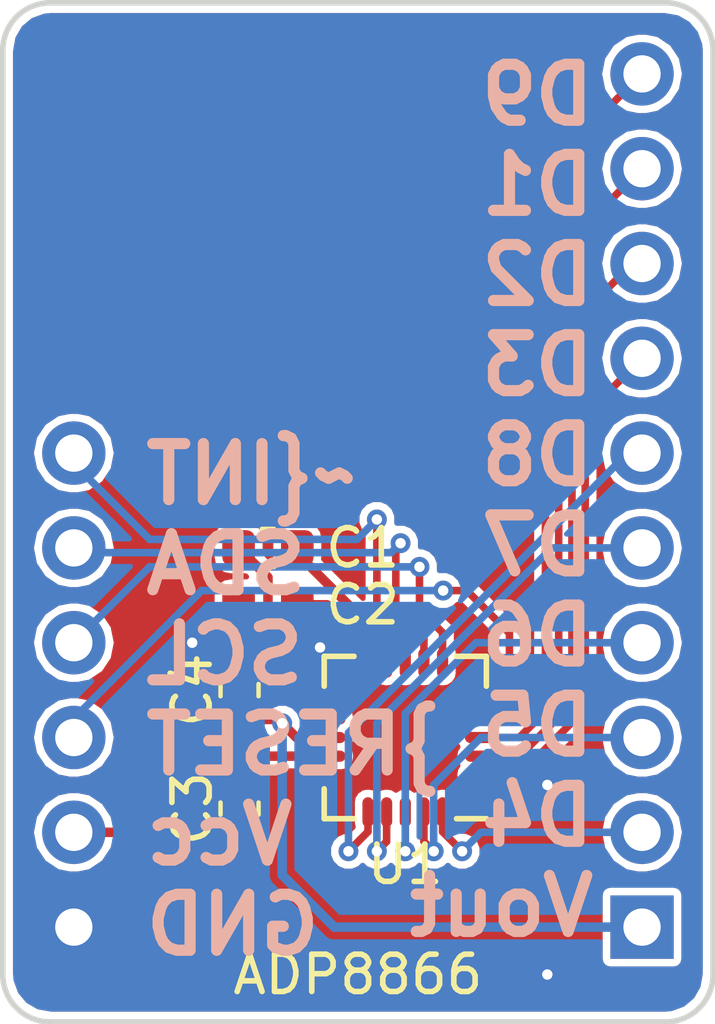
<source format=kicad_pcb>
(kicad_pcb (version 20171130) (host pcbnew 5.0.0)

  (general
    (thickness 1.6)
    (drawings 11)
    (tracks 119)
    (zones 0)
    (modules 7)
    (nets 21)
  )

  (page A4)
  (layers
    (0 F.Cu signal)
    (31 B.Cu signal hide)
    (32 B.Adhes user)
    (33 F.Adhes user)
    (34 B.Paste user)
    (35 F.Paste user)
    (36 B.SilkS user)
    (37 F.SilkS user)
    (38 B.Mask user)
    (39 F.Mask user)
    (40 Dwgs.User user)
    (41 Cmts.User user)
    (44 Edge.Cuts user)
    (45 Margin user)
    (46 B.CrtYd user)
    (47 F.CrtYd user)
    (48 B.Fab user)
    (49 F.Fab user)
  )

  (setup
    (last_trace_width 0.2032)
    (trace_clearance 0.1524)
    (zone_clearance 0.2)
    (zone_45_only no)
    (trace_min 0.1524)
    (segment_width 0.2)
    (edge_width 0.15)
    (via_size 0.5334)
    (via_drill 0.2794)
    (via_min_size 0.5334)
    (via_min_drill 0.2794)
    (uvia_size 0.5334)
    (uvia_drill 0.2794)
    (uvias_allowed no)
    (uvia_min_size 0.5334)
    (uvia_min_drill 0.2794)
    (pcb_text_width 0.3)
    (pcb_text_size 1.5 1.5)
    (mod_edge_width 0.15)
    (mod_text_size 1 1)
    (mod_text_width 0.15)
    (pad_size 1.524 1.524)
    (pad_drill 0.762)
    (pad_to_mask_clearance 0.0508)
    (aux_axis_origin 0 0)
    (visible_elements FFFFFF7F)
    (pcbplotparams
      (layerselection 0x010fc_ffffffff)
      (usegerberextensions false)
      (usegerberattributes false)
      (usegerberadvancedattributes false)
      (creategerberjobfile false)
      (excludeedgelayer true)
      (linewidth 0.100000)
      (plotframeref false)
      (viasonmask false)
      (mode 1)
      (useauxorigin false)
      (hpglpennumber 1)
      (hpglpenspeed 20)
      (hpglpendiameter 15.000000)
      (psnegative false)
      (psa4output false)
      (plotreference true)
      (plotvalue true)
      (plotinvisibletext false)
      (padsonsilk false)
      (subtractmaskfromsilk false)
      (outputformat 1)
      (mirror false)
      (drillshape 0)
      (scaleselection 1)
      (outputdirectory "out"))
  )

  (net 0 "")
  (net 1 "Net-(C1-Pad1)")
  (net 2 "Net-(C1-Pad2)")
  (net 3 "Net-(C2-Pad2)")
  (net 4 "Net-(C2-Pad1)")
  (net 5 /Vcc)
  (net 6 /GND)
  (net 7 "Net-(J1-Pad4)")
  (net 8 "Net-(J1-Pad3)")
  (net 9 "Net-(J1-Pad5)")
  (net 10 "Net-(J1-Pad6)")
  (net 11 "Net-(C4-Pad2)")
  (net 12 /D4)
  (net 13 /D5)
  (net 14 /D6)
  (net 15 /D7)
  (net 16 /D8)
  (net 17 /D3)
  (net 18 /D2)
  (net 19 /D1)
  (net 20 /D9)

  (net_class Default "This is the default net class."
    (clearance 0.1524)
    (trace_width 0.2032)
    (via_dia 0.5334)
    (via_drill 0.2794)
    (uvia_dia 0.5334)
    (uvia_drill 0.2794)
    (diff_pair_gap 0.1524)
    (diff_pair_width 0.1524)
    (add_net /D1)
    (add_net /D2)
    (add_net /D3)
    (add_net /D4)
    (add_net /D5)
    (add_net /D6)
    (add_net /D7)
    (add_net /D8)
    (add_net /D9)
    (add_net "Net-(J1-Pad3)")
    (add_net "Net-(J1-Pad4)")
    (add_net "Net-(J1-Pad5)")
    (add_net "Net-(J1-Pad6)")
  )

  (net_class PWR ""
    (clearance 0.1524)
    (trace_width 0.254)
    (via_dia 0.5334)
    (via_drill 0.2794)
    (uvia_dia 0.5334)
    (uvia_drill 0.2794)
    (diff_pair_gap 0.1524)
    (diff_pair_width 0.1524)
    (add_net /GND)
    (add_net /Vcc)
    (add_net "Net-(C1-Pad1)")
    (add_net "Net-(C1-Pad2)")
    (add_net "Net-(C2-Pad1)")
    (add_net "Net-(C2-Pad2)")
    (add_net "Net-(C4-Pad2)")
  )

  (module Connector_PinHeader_2.54mm:PinHeader_1x10_P2.54mm_Vertical (layer F.Cu) (tedit 5CC3966C) (tstamp 5CC7952B)
    (at 63.5 63.5 180)
    (descr "Through hole straight pin header, 1x10, 2.54mm pitch, single row")
    (tags "Through hole pin header THT 1x10 2.54mm single row")
    (path /5CE5D64D)
    (fp_text reference J2 (at 0 -2.33 180) (layer F.SilkS) hide
      (effects (font (size 1 1) (thickness 0.15)))
    )
    (fp_text value Conn_01x10 (at 0 25.19 180) (layer F.Fab) hide
      (effects (font (size 1 1) (thickness 0.15)))
    )
    (fp_line (start -1.8 -1.8) (end -1.8 24.65) (layer F.CrtYd) (width 0.05))
    (fp_line (start -1.8 24.65) (end 1.8 24.65) (layer F.CrtYd) (width 0.05))
    (fp_line (start 1.8 24.65) (end 1.8 -1.8) (layer F.CrtYd) (width 0.05))
    (fp_line (start 1.8 -1.8) (end -1.8 -1.8) (layer F.CrtYd) (width 0.05))
    (fp_text user %R (at 0 11.43 270) (layer F.Fab)
      (effects (font (size 1 1) (thickness 0.15)))
    )
    (pad 1 thru_hole rect (at 0 0 180) (size 1.7 1.7) (drill 1) (layers *.Cu *.Mask)
      (net 11 "Net-(C4-Pad2)"))
    (pad 2 thru_hole oval (at 0 2.54 180) (size 1.7 1.7) (drill 1) (layers *.Cu *.Mask)
      (net 12 /D4))
    (pad 3 thru_hole oval (at 0 5.08 180) (size 1.7 1.7) (drill 1) (layers *.Cu *.Mask)
      (net 13 /D5))
    (pad 4 thru_hole oval (at 0 7.62 180) (size 1.7 1.7) (drill 1) (layers *.Cu *.Mask)
      (net 14 /D6))
    (pad 5 thru_hole oval (at 0 10.16 180) (size 1.7 1.7) (drill 1) (layers *.Cu *.Mask)
      (net 15 /D7))
    (pad 6 thru_hole oval (at 0 12.7 180) (size 1.7 1.7) (drill 1) (layers *.Cu *.Mask)
      (net 16 /D8))
    (pad 7 thru_hole oval (at 0 15.24 180) (size 1.7 1.7) (drill 1) (layers *.Cu *.Mask)
      (net 17 /D3))
    (pad 8 thru_hole oval (at 0 17.78 180) (size 1.7 1.7) (drill 1) (layers *.Cu *.Mask)
      (net 18 /D2))
    (pad 9 thru_hole oval (at 0 20.32 180) (size 1.7 1.7) (drill 1) (layers *.Cu *.Mask)
      (net 19 /D1))
    (pad 10 thru_hole oval (at 0 22.86 180) (size 1.7 1.7) (drill 1) (layers *.Cu *.Mask)
      (net 20 /D9))
    (model ${KISYS3DMOD}/Connector_PinHeader_2.54mm.3dshapes/PinHeader_1x10_P2.54mm_Vertical.wrl
      (at (xyz 0 0 0))
      (scale (xyz 1 1 1))
      (rotate (xyz 0 0 0))
    )
  )

  (module Connector_PinHeader_2.54mm:PinHeader_1x06_P2.54mm_Vertical (layer F.Cu) (tedit 5CC39654) (tstamp 5CC7950D)
    (at 48.26 63.5 180)
    (descr "Through hole straight pin header, 1x06, 2.54mm pitch, single row")
    (tags "Through hole pin header THT 1x06 2.54mm single row")
    (path /5CE5D756)
    (fp_text reference J1 (at -3.81 0 180) (layer F.SilkS) hide
      (effects (font (size 1 1) (thickness 0.15)))
    )
    (fp_text value Conn_01x06 (at 0 15.03 180) (layer F.Fab) hide
      (effects (font (size 1 1) (thickness 0.15)))
    )
    (fp_line (start -1.8 -1.8) (end -1.8 14.5) (layer F.CrtYd) (width 0.05))
    (fp_line (start -1.8 14.5) (end 1.8 14.5) (layer F.CrtYd) (width 0.05))
    (fp_line (start 1.8 14.5) (end 1.8 -1.8) (layer F.CrtYd) (width 0.05))
    (fp_line (start 1.8 -1.8) (end -1.8 -1.8) (layer F.CrtYd) (width 0.05))
    (fp_text user %R (at 0 6.35 270) (layer F.Fab)
      (effects (font (size 1 1) (thickness 0.15)))
    )
    (pad 1 thru_hole rect (at 0 0 180) (size 1.7 1.7) (drill 1) (layers *.Cu *.Mask)
      (net 6 /GND))
    (pad 2 thru_hole oval (at 0 2.54 180) (size 1.7 1.7) (drill 1) (layers *.Cu *.Mask)
      (net 5 /Vcc))
    (pad 3 thru_hole oval (at 0 5.08 180) (size 1.7 1.7) (drill 1) (layers *.Cu *.Mask)
      (net 8 "Net-(J1-Pad3)"))
    (pad 4 thru_hole oval (at 0 7.62 180) (size 1.7 1.7) (drill 1) (layers *.Cu *.Mask)
      (net 7 "Net-(J1-Pad4)"))
    (pad 5 thru_hole oval (at 0 10.16 180) (size 1.7 1.7) (drill 1) (layers *.Cu *.Mask)
      (net 9 "Net-(J1-Pad5)"))
    (pad 6 thru_hole oval (at 0 12.7 180) (size 1.7 1.7) (drill 1) (layers *.Cu *.Mask)
      (net 10 "Net-(J1-Pad6)"))
    (model ${KISYS3DMOD}/Connector_PinHeader_2.54mm.3dshapes/PinHeader_1x06_P2.54mm_Vertical.wrl
      (at (xyz 0 0 0))
      (scale (xyz 1 1 1))
      (rotate (xyz 0 0 0))
    )
  )

  (module Package_DFN_QFN:UQFN-20-1EP_4x4mm_P0.5mm_EP2.8x2.8mm (layer F.Cu) (tedit 5CC38B17) (tstamp 5CC35A74)
    (at 57.15 58.42 180)
    (descr "20-Lead Ultra Thin Plastic Quad Flat, No Lead Package (GZ) - 4x4x0.5 mm Body [UQFN]; (see Microchip Packaging Specification 00000049BS.pdf)")
    (tags "QFN 0.5")
    (path /5CE5C65E)
    (attr smd)
    (fp_text reference U1 (at 0 -3.4 180) (layer F.SilkS)
      (effects (font (size 1 1) (thickness 0.15)))
    )
    (fp_text value ADP8866 (at 1.27 -6.35 180) (layer F.SilkS)
      (effects (font (size 1 1) (thickness 0.15)))
    )
    (fp_text user %R (at 0 0 180) (layer F.Fab)
      (effects (font (size 1 1) (thickness 0.15)))
    )
    (fp_line (start -1 -2) (end 2 -2) (layer F.Fab) (width 0.15))
    (fp_line (start 2 -2) (end 2 2) (layer F.Fab) (width 0.15))
    (fp_line (start 2 2) (end -2 2) (layer F.Fab) (width 0.15))
    (fp_line (start -2 2) (end -2 -1) (layer F.Fab) (width 0.15))
    (fp_line (start -2 -1) (end -1 -2) (layer F.Fab) (width 0.15))
    (fp_line (start -2.65 -2.65) (end -2.65 2.65) (layer F.CrtYd) (width 0.05))
    (fp_line (start 2.65 -2.65) (end 2.65 2.65) (layer F.CrtYd) (width 0.05))
    (fp_line (start -2.65 -2.65) (end 2.65 -2.65) (layer F.CrtYd) (width 0.05))
    (fp_line (start -2.65 2.65) (end 2.65 2.65) (layer F.CrtYd) (width 0.05))
    (fp_line (start 2.175 -2.175) (end 2.175 -1.375) (layer F.SilkS) (width 0.15))
    (fp_line (start -2.175 2.175) (end -2.175 1.375) (layer F.SilkS) (width 0.15))
    (fp_line (start 2.175 2.175) (end 2.175 1.375) (layer F.SilkS) (width 0.15))
    (fp_line (start -2.175 -2.175) (end -1.375 -2.175) (layer F.SilkS) (width 0.15))
    (fp_line (start -2.175 2.175) (end -1.375 2.175) (layer F.SilkS) (width 0.15))
    (fp_line (start 2.175 2.175) (end 1.375 2.175) (layer F.SilkS) (width 0.15))
    (fp_line (start 2.175 -2.175) (end 1.375 -2.175) (layer F.SilkS) (width 0.15))
    (pad 1 smd oval (at -2 -1 180) (size 0.8 0.3) (layers F.Cu F.Paste F.Mask)
      (net 17 /D3))
    (pad 2 smd oval (at -2 -0.5 180) (size 0.8 0.3) (layers F.Cu F.Paste F.Mask)
      (net 18 /D2))
    (pad 3 smd oval (at -2 0 180) (size 0.8 0.3) (layers F.Cu F.Paste F.Mask)
      (net 19 /D1))
    (pad 4 smd oval (at -2 0.5 180) (size 0.8 0.3) (layers F.Cu F.Paste F.Mask)
      (net 20 /D9))
    (pad 5 smd oval (at -2 1 180) (size 0.8 0.3) (layers F.Cu F.Paste F.Mask)
      (net 8 "Net-(J1-Pad3)"))
    (pad 6 smd oval (at -1 2 270) (size 0.8 0.3) (layers F.Cu F.Paste F.Mask)
      (net 7 "Net-(J1-Pad4)"))
    (pad 7 smd oval (at -0.5 2 270) (size 0.8 0.3) (layers F.Cu F.Paste F.Mask)
      (net 9 "Net-(J1-Pad5)"))
    (pad 8 smd oval (at 0 2 270) (size 0.8 0.3) (layers F.Cu F.Paste F.Mask)
      (net 10 "Net-(J1-Pad6)"))
    (pad 9 smd oval (at 0.5 2 270) (size 0.8 0.3) (layers F.Cu F.Paste F.Mask)
      (net 2 "Net-(C1-Pad2)"))
    (pad 10 smd oval (at 1 2 270) (size 0.8 0.3) (layers F.Cu F.Paste F.Mask)
      (net 4 "Net-(C2-Pad1)"))
    (pad 11 smd oval (at 2 1 180) (size 0.8 0.3) (layers F.Cu F.Paste F.Mask)
      (net 1 "Net-(C1-Pad1)"))
    (pad 12 smd oval (at 2 0.5 180) (size 0.8 0.3) (layers F.Cu F.Paste F.Mask)
      (net 3 "Net-(C2-Pad2)"))
    (pad 13 smd oval (at 2 0 180) (size 0.8 0.3) (layers F.Cu F.Paste F.Mask)
      (net 11 "Net-(C4-Pad2)"))
    (pad 14 smd oval (at 2 -0.5 180) (size 0.8 0.3) (layers F.Cu F.Paste F.Mask)
      (net 5 /Vcc))
    (pad 15 smd oval (at 2 -1 180) (size 0.8 0.3) (layers F.Cu F.Paste F.Mask)
      (net 6 /GND))
    (pad 16 smd oval (at 1 -2 270) (size 0.8 0.3) (layers F.Cu F.Paste F.Mask)
      (net 16 /D8))
    (pad 17 smd oval (at 0.5 -2 270) (size 0.8 0.3) (layers F.Cu F.Paste F.Mask)
      (net 15 /D7))
    (pad 18 smd oval (at 0 -2 270) (size 0.8 0.3) (layers F.Cu F.Paste F.Mask)
      (net 14 /D6))
    (pad 19 smd oval (at -0.5 -2 270) (size 0.8 0.3) (layers F.Cu F.Paste F.Mask)
      (net 13 /D5))
    (pad 20 smd oval (at -1 -2 270) (size 0.8 0.3) (layers F.Cu F.Paste F.Mask)
      (net 12 /D4))
    (pad "" smd rect (at 0.7 0.7 180) (size 1.13 1.13) (layers F.Paste))
    (pad 0 smd rect (at 0 0 180) (size 2.8 2.8) (layers F.Cu F.Paste F.Mask)
      (net 6 /GND))
    (pad "" smd rect (at -0.7 0.7 180) (size 1.13 1.13) (layers F.Paste))
    (pad "" smd rect (at -0.7 0.7 180) (size 1.13 1.13) (layers F.Paste))
    (pad "" smd rect (at 0.7 0.7 180) (size 1.13 1.13) (layers F.Paste))
    (model ${KISYS3DMOD}/Package_DFN_QFN.3dshapes/UQFN-20-1EP_4x4mm_P0.5mm_EP2.8x2.8mm.wrl
      (at (xyz 0 0 0))
      (scale (xyz 1 1 1))
      (rotate (xyz 0 0 0))
    )
  )

  (module Capacitor_SMD:C_0603_1608Metric (layer F.Cu) (tedit 5CC38BBB) (tstamp 5CC2DA23)
    (at 53.467 53.34)
    (descr "Capacitor SMD 0603 (1608 Metric), square (rectangular) end terminal, IPC_7351 nominal, (Body size source: http://www.tortai-tech.com/upload/download/2011102023233369053.pdf), generated with kicad-footprint-generator")
    (tags capacitor)
    (path /5CE5C86C)
    (attr smd)
    (fp_text reference C1 (at 2.54 0) (layer F.SilkS)
      (effects (font (size 1 1) (thickness 0.15)))
    )
    (fp_text value 1uF (at 0 -2.54) (layer F.Fab) hide
      (effects (font (size 1 1) (thickness 0.15)))
    )
    (fp_line (start -0.8 0.4) (end -0.8 -0.4) (layer F.Fab) (width 0.1))
    (fp_line (start -0.8 -0.4) (end 0.8 -0.4) (layer F.Fab) (width 0.1))
    (fp_line (start 0.8 -0.4) (end 0.8 0.4) (layer F.Fab) (width 0.1))
    (fp_line (start 0.8 0.4) (end -0.8 0.4) (layer F.Fab) (width 0.1))
    (fp_line (start -0.162779 -0.51) (end 0.162779 -0.51) (layer F.SilkS) (width 0.12))
    (fp_line (start -0.162779 0.51) (end 0.162779 0.51) (layer F.SilkS) (width 0.12))
    (fp_line (start -1.48 0.73) (end -1.48 -0.73) (layer F.CrtYd) (width 0.05))
    (fp_line (start -1.48 -0.73) (end 1.48 -0.73) (layer F.CrtYd) (width 0.05))
    (fp_line (start 1.48 -0.73) (end 1.48 0.73) (layer F.CrtYd) (width 0.05))
    (fp_line (start 1.48 0.73) (end -1.48 0.73) (layer F.CrtYd) (width 0.05))
    (fp_text user %R (at 0 0) (layer F.Fab)
      (effects (font (size 0.4 0.4) (thickness 0.06)))
    )
    (pad 1 smd roundrect (at -0.7875 0) (size 0.875 0.95) (layers F.Cu F.Paste F.Mask) (roundrect_rratio 0.25)
      (net 1 "Net-(C1-Pad1)"))
    (pad 2 smd roundrect (at 0.7875 0) (size 0.875 0.95) (layers F.Cu F.Paste F.Mask) (roundrect_rratio 0.25)
      (net 2 "Net-(C1-Pad2)"))
    (model ${KISYS3DMOD}/Capacitor_SMD.3dshapes/C_0603_1608Metric.wrl
      (at (xyz 0 0 0))
      (scale (xyz 1 1 1))
      (rotate (xyz 0 0 0))
    )
  )

  (module Capacitor_SMD:C_0603_1608Metric (layer F.Cu) (tedit 5CC38AE8) (tstamp 5CC2DA34)
    (at 53.467 54.864 180)
    (descr "Capacitor SMD 0603 (1608 Metric), square (rectangular) end terminal, IPC_7351 nominal, (Body size source: http://www.tortai-tech.com/upload/download/2011102023233369053.pdf), generated with kicad-footprint-generator")
    (tags capacitor)
    (path /5CE5C7F6)
    (attr smd)
    (fp_text reference C2 (at -2.54 0 180) (layer F.SilkS)
      (effects (font (size 1 1) (thickness 0.15)))
    )
    (fp_text value 1uF (at 0 1.43 180) (layer F.Fab) hide
      (effects (font (size 1 1) (thickness 0.15)))
    )
    (fp_text user %R (at 0 0 180) (layer F.Fab)
      (effects (font (size 0.4 0.4) (thickness 0.06)))
    )
    (fp_line (start 1.48 0.73) (end -1.48 0.73) (layer F.CrtYd) (width 0.05))
    (fp_line (start 1.48 -0.73) (end 1.48 0.73) (layer F.CrtYd) (width 0.05))
    (fp_line (start -1.48 -0.73) (end 1.48 -0.73) (layer F.CrtYd) (width 0.05))
    (fp_line (start -1.48 0.73) (end -1.48 -0.73) (layer F.CrtYd) (width 0.05))
    (fp_line (start -0.162779 0.51) (end 0.162779 0.51) (layer F.SilkS) (width 0.12))
    (fp_line (start -0.162779 -0.51) (end 0.162779 -0.51) (layer F.SilkS) (width 0.12))
    (fp_line (start 0.8 0.4) (end -0.8 0.4) (layer F.Fab) (width 0.1))
    (fp_line (start 0.8 -0.4) (end 0.8 0.4) (layer F.Fab) (width 0.1))
    (fp_line (start -0.8 -0.4) (end 0.8 -0.4) (layer F.Fab) (width 0.1))
    (fp_line (start -0.8 0.4) (end -0.8 -0.4) (layer F.Fab) (width 0.1))
    (pad 2 smd roundrect (at 0.7875 0 180) (size 0.875 0.95) (layers F.Cu F.Paste F.Mask) (roundrect_rratio 0.25)
      (net 3 "Net-(C2-Pad2)"))
    (pad 1 smd roundrect (at -0.7875 0 180) (size 0.875 0.95) (layers F.Cu F.Paste F.Mask) (roundrect_rratio 0.25)
      (net 4 "Net-(C2-Pad1)"))
    (model ${KISYS3DMOD}/Capacitor_SMD.3dshapes/C_0603_1608Metric.wrl
      (at (xyz 0 0 0))
      (scale (xyz 1 1 1))
      (rotate (xyz 0 0 0))
    )
  )

  (module Capacitor_SMD:C_0603_1608Metric (layer F.Cu) (tedit 5CC38ADF) (tstamp 5CC2DA45)
    (at 52.705 60.325 90)
    (descr "Capacitor SMD 0603 (1608 Metric), square (rectangular) end terminal, IPC_7351 nominal, (Body size source: http://www.tortai-tech.com/upload/download/2011102023233369053.pdf), generated with kicad-footprint-generator")
    (tags capacitor)
    (path /5CE5C8F7)
    (attr smd)
    (fp_text reference C3 (at 0 -1.27 90) (layer F.SilkS)
      (effects (font (size 1 1) (thickness 0.15)))
    )
    (fp_text value 1uF (at 0 1.43 90) (layer F.Fab) hide
      (effects (font (size 1 1) (thickness 0.15)))
    )
    (fp_text user %R (at 0 0 90) (layer F.Fab)
      (effects (font (size 0.4 0.4) (thickness 0.06)))
    )
    (fp_line (start 1.48 0.73) (end -1.48 0.73) (layer F.CrtYd) (width 0.05))
    (fp_line (start 1.48 -0.73) (end 1.48 0.73) (layer F.CrtYd) (width 0.05))
    (fp_line (start -1.48 -0.73) (end 1.48 -0.73) (layer F.CrtYd) (width 0.05))
    (fp_line (start -1.48 0.73) (end -1.48 -0.73) (layer F.CrtYd) (width 0.05))
    (fp_line (start -0.162779 0.51) (end 0.162779 0.51) (layer F.SilkS) (width 0.12))
    (fp_line (start -0.162779 -0.51) (end 0.162779 -0.51) (layer F.SilkS) (width 0.12))
    (fp_line (start 0.8 0.4) (end -0.8 0.4) (layer F.Fab) (width 0.1))
    (fp_line (start 0.8 -0.4) (end 0.8 0.4) (layer F.Fab) (width 0.1))
    (fp_line (start -0.8 -0.4) (end 0.8 -0.4) (layer F.Fab) (width 0.1))
    (fp_line (start -0.8 0.4) (end -0.8 -0.4) (layer F.Fab) (width 0.1))
    (pad 2 smd roundrect (at 0.7875 0 90) (size 0.875 0.95) (layers F.Cu F.Paste F.Mask) (roundrect_rratio 0.25)
      (net 5 /Vcc))
    (pad 1 smd roundrect (at -0.7875 0 90) (size 0.875 0.95) (layers F.Cu F.Paste F.Mask) (roundrect_rratio 0.25)
      (net 6 /GND))
    (model ${KISYS3DMOD}/Capacitor_SMD.3dshapes/C_0603_1608Metric.wrl
      (at (xyz 0 0 0))
      (scale (xyz 1 1 1))
      (rotate (xyz 0 0 0))
    )
  )

  (module Capacitor_SMD:C_0603_1608Metric (layer F.Cu) (tedit 5CC38ADB) (tstamp 5CC2DA56)
    (at 52.705 57.15 270)
    (descr "Capacitor SMD 0603 (1608 Metric), square (rectangular) end terminal, IPC_7351 nominal, (Body size source: http://www.tortai-tech.com/upload/download/2011102023233369053.pdf), generated with kicad-footprint-generator")
    (tags capacitor)
    (path /5CE5C76A)
    (attr smd)
    (fp_text reference C4 (at 0 1.27 270) (layer F.SilkS)
      (effects (font (size 1 1) (thickness 0.15)))
    )
    (fp_text value 1uF (at 0 1.43 270) (layer F.Fab) hide
      (effects (font (size 1 1) (thickness 0.15)))
    )
    (fp_line (start -0.8 0.4) (end -0.8 -0.4) (layer F.Fab) (width 0.1))
    (fp_line (start -0.8 -0.4) (end 0.8 -0.4) (layer F.Fab) (width 0.1))
    (fp_line (start 0.8 -0.4) (end 0.8 0.4) (layer F.Fab) (width 0.1))
    (fp_line (start 0.8 0.4) (end -0.8 0.4) (layer F.Fab) (width 0.1))
    (fp_line (start -0.162779 -0.51) (end 0.162779 -0.51) (layer F.SilkS) (width 0.12))
    (fp_line (start -0.162779 0.51) (end 0.162779 0.51) (layer F.SilkS) (width 0.12))
    (fp_line (start -1.48 0.73) (end -1.48 -0.73) (layer F.CrtYd) (width 0.05))
    (fp_line (start -1.48 -0.73) (end 1.48 -0.73) (layer F.CrtYd) (width 0.05))
    (fp_line (start 1.48 -0.73) (end 1.48 0.73) (layer F.CrtYd) (width 0.05))
    (fp_line (start 1.48 0.73) (end -1.48 0.73) (layer F.CrtYd) (width 0.05))
    (fp_text user %R (at 0 0 270) (layer F.Fab)
      (effects (font (size 0.4 0.4) (thickness 0.06)))
    )
    (pad 1 smd roundrect (at -0.7875 0 270) (size 0.875 0.95) (layers F.Cu F.Paste F.Mask) (roundrect_rratio 0.25)
      (net 6 /GND))
    (pad 2 smd roundrect (at 0.7875 0 270) (size 0.875 0.95) (layers F.Cu F.Paste F.Mask) (roundrect_rratio 0.25)
      (net 11 "Net-(C4-Pad2)"))
    (model ${KISYS3DMOD}/Capacitor_SMD.3dshapes/C_0603_1608Metric.wrl
      (at (xyz 0 0 0))
      (scale (xyz 1 1 1))
      (rotate (xyz 0 0 0))
    )
  )

  (gr_text "ADP8866\ni2c 0x27" (at 52.832 42.799) (layer B.Mask)
    (effects (font (size 1.5 1.5) (thickness 0.3)) (justify mirror))
  )
  (gr_text "D9\nD1\nD2\nD3\nD8\nD7\nD6\nD5\nD4\nVout" (at 62.357 52.07) (layer B.SilkS)
    (effects (font (size 1.5 1.5) (thickness 0.3)) (justify left mirror))
  )
  (gr_text "~INT\nSDA\nSCL\n~RESET\nVcc\nGND" (at 50.038 57.404) (layer B.SilkS)
    (effects (font (size 1.5 1.5) (thickness 0.3)) (justify right mirror))
  )
  (gr_line (start 46.355 40.005) (end 46.355 64.77) (angle 90) (layer Edge.Cuts) (width 0.15))
  (gr_line (start 64.135 38.735) (end 47.625 38.735) (angle 90) (layer Edge.Cuts) (width 0.15))
  (gr_line (start 65.405 64.77) (end 65.405 40.005) (angle 90) (layer Edge.Cuts) (width 0.15))
  (gr_line (start 47.625 66.04) (end 64.135 66.04) (angle 90) (layer Edge.Cuts) (width 0.15))
  (gr_arc (start 47.625 64.77) (end 47.625 66.04) (angle 90) (layer Edge.Cuts) (width 0.15))
  (gr_arc (start 64.135 64.77) (end 65.405 64.77) (angle 90) (layer Edge.Cuts) (width 0.15))
  (gr_arc (start 64.135 40.005) (end 64.135 38.735) (angle 90) (layer Edge.Cuts) (width 0.15))
  (gr_arc (start 47.625 40.005) (end 46.355 40.005) (angle 90) (layer Edge.Cuts) (width 0.15))

  (segment (start 55.15 57.42) (end 54.69274 57.42) (width 0.254) (layer F.Cu) (net 1) (status 400000))
  (segment (start 53.467 54.1275) (end 52.6795 53.34) (width 0.254) (layer F.Cu) (net 1) (tstamp 5CC8AB18) (status 800000))
  (segment (start 53.467 55.33076) (end 53.467 54.1275) (width 0.254) (layer F.Cu) (net 1) (tstamp 5CC8AB17))
  (segment (start 53.873402 55.737162) (end 53.467 55.33076) (width 0.254) (layer F.Cu) (net 1) (tstamp 5CC8AB16))
  (segment (start 53.873402 56.600662) (end 53.873402 55.737162) (width 0.254) (layer F.Cu) (net 1) (tstamp 5CC8AB15))
  (segment (start 54.69274 57.42) (end 53.873402 56.600662) (width 0.254) (layer F.Cu) (net 1) (tstamp 5CC8AB14))
  (segment (start 54.2545 53.34) (end 54.2545 53.4925) (width 0.254) (layer F.Cu) (net 2) (status C00000))
  (segment (start 56.65 55.888) (end 56.65 56.42) (width 0.254) (layer F.Cu) (net 2) (tstamp 5CC8AB22) (status 800000))
  (segment (start 54.2545 53.4925) (end 56.65 55.888) (width 0.254) (layer F.Cu) (net 2) (tstamp 5CC8AB21) (status 400000))
  (segment (start 55.15 57.92) (end 54.618 57.92) (width 0.254) (layer F.Cu) (net 3) (status 400000))
  (segment (start 53.467 55.9055) (end 52.5525 54.991) (width 0.254) (layer F.Cu) (net 3) (tstamp 5CC8AAF4))
  (segment (start 53.467 56.769) (end 53.467 55.9055) (width 0.254) (layer F.Cu) (net 3) (tstamp 5CC8AAF3))
  (segment (start 54.618 57.92) (end 53.467 56.769) (width 0.254) (layer F.Cu) (net 3) (tstamp 5CC8AAF2))
  (segment (start 56.15 56.42) (end 56.15 55.96274) (width 0.254) (layer F.Cu) (net 4) (status 400000))
  (segment (start 55.05126 54.864) (end 54.2545 54.864) (width 0.254) (layer F.Cu) (net 4) (tstamp 5CC8AB27) (status 800000))
  (segment (start 56.15 55.96274) (end 55.05126 54.864) (width 0.254) (layer F.Cu) (net 4) (tstamp 5CC8AB26))
  (segment (start 55.15 58.92) (end 53.3225 58.92) (width 0.254) (layer F.Cu) (net 5) (status 400000))
  (segment (start 51.2825 60.96) (end 48.26 60.96) (width 0.254) (layer F.Cu) (net 5) (tstamp 5CC87E77) (status 800000))
  (segment (start 53.3225 58.92) (end 51.2825 60.96) (width 0.254) (layer F.Cu) (net 5) (tstamp 5CC87E76))
  (segment (start 48.26 63.5) (end 50.3175 63.5) (width 0.254) (layer F.Cu) (net 6) (status 400000))
  (segment (start 56.15 59.42) (end 57.15 58.42) (width 0.254) (layer F.Cu) (net 6) (tstamp 5CC87E82) (status C00000))
  (segment (start 54.3975 59.42) (end 56.15 59.42) (width 0.254) (layer F.Cu) (net 6) (tstamp 5CC87E81) (status 800000))
  (segment (start 50.3175 63.5) (end 54.3975 59.42) (width 0.254) (layer F.Cu) (net 6) (tstamp 5CC87E7F))
  (segment (start 48.26 63.5) (end 59.69 63.5) (width 0.254) (layer F.Cu) (net 6) (status 400000))
  (via (at 60.96 59.69) (size 0.5334) (drill 0.2794) (layers F.Cu B.Cu) (net 6))
  (segment (start 60.96 64.77) (end 60.96 59.69) (width 0.254) (layer F.Cu) (net 6))
  (segment (start 59.69 63.5) (end 60.96 64.77) (width 0.254) (layer F.Cu) (net 6) (tstamp 5CC8ACC3))
  (via (at 60.96 64.77) (size 0.5334) (drill 0.2794) (layers F.Cu B.Cu) (net 6))
  (segment (start 48.26 63.5) (end 50.8 63.5) (width 0.254) (layer B.Cu) (net 6) (status 400000))
  (via (at 54.864 56.007) (size 0.5334) (drill 0.2794) (layers F.Cu B.Cu) (net 6))
  (segment (start 54.737 55.88) (end 54.864 56.007) (width 0.254) (layer B.Cu) (net 6) (tstamp 5CC8ACF2))
  (segment (start 51.435 55.88) (end 54.737 55.88) (width 0.254) (layer B.Cu) (net 6))
  (segment (start 50.8 63.5) (end 51.435 62.865) (width 0.254) (layer B.Cu) (net 6) (tstamp 5CC8ACCC))
  (segment (start 51.435 62.865) (end 51.435 55.88) (width 0.254) (layer B.Cu) (net 6) (tstamp 5CC8ACCD))
  (via (at 51.435 55.88) (size 0.5334) (drill 0.2794) (layers F.Cu B.Cu) (net 6))
  (segment (start 58.15 55.61) (end 58.15 56.42) (width 0.2032) (layer F.Cu) (net 7) (tstamp 5CC8ACA5) (status 800000))
  (segment (start 57.531 54.991) (end 58.15 55.61) (width 0.2032) (layer F.Cu) (net 7) (tstamp 5CC8ACA4))
  (segment (start 57.531 53.848) (end 57.531 54.991) (width 0.2032) (layer F.Cu) (net 7))
  (via (at 57.531 53.848) (size 0.5334) (drill 0.2794) (layers F.Cu B.Cu) (net 7))
  (segment (start 57.531 53.848) (end 50.292 53.848) (width 0.2032) (layer B.Cu) (net 7))
  (segment (start 50.292 53.848) (end 48.26 55.88) (width 0.2032) (layer B.Cu) (net 7) (tstamp 5CC8ACB2) (status 800000))
  (segment (start 59.15 57.42) (end 59.547 57.42) (width 0.2032) (layer F.Cu) (net 8) (status C00000))
  (segment (start 59.547 57.42) (end 59.944 57.023) (width 0.2032) (layer F.Cu) (net 8) (tstamp 5CC8AC6C))
  (segment (start 59.944 57.023) (end 59.944 55.626) (width 0.2032) (layer F.Cu) (net 8) (tstamp 5CC8AC6D))
  (segment (start 59.944 55.626) (end 58.801 54.483) (width 0.2032) (layer F.Cu) (net 8) (tstamp 5CC8AC6E))
  (segment (start 58.801 54.483) (end 58.166 54.483) (width 0.2032) (layer F.Cu) (net 8) (tstamp 5CC8AC70))
  (via (at 58.166 54.483) (size 0.5334) (drill 0.2794) (layers F.Cu B.Cu) (net 8))
  (segment (start 48.26 58.42) (end 48.26 57.912) (width 0.2032) (layer B.Cu) (net 8) (status C00000))
  (segment (start 51.689 54.483) (end 58.166 54.483) (width 0.2032) (layer B.Cu) (net 8) (tstamp 5CC8ACBE))
  (segment (start 48.26 57.912) (end 51.689 54.483) (width 0.2032) (layer B.Cu) (net 8) (tstamp 5CC8ACBD) (status 400000))
  (segment (start 48.387 53.467) (end 56.769 53.467) (width 0.2032) (layer B.Cu) (net 9))
  (segment (start 56.769 53.467) (end 57.023 53.213) (width 0.2032) (layer B.Cu) (net 9) (tstamp 5CC8AC8E))
  (via (at 57.023 53.213) (size 0.5334) (drill 0.2794) (layers F.Cu B.Cu) (net 9))
  (segment (start 57.65 56.42) (end 57.65 55.612898) (width 0.2032) (layer F.Cu) (net 9) (status 400000))
  (segment (start 56.896 54.858898) (end 56.896 53.34) (width 0.2032) (layer F.Cu) (net 9) (tstamp 5CC8ACA9))
  (segment (start 57.65 55.612898) (end 56.896 54.858898) (width 0.2032) (layer F.Cu) (net 9) (tstamp 5CC8ACA8))
  (segment (start 56.896 53.34) (end 57.023 53.213) (width 0.2032) (layer F.Cu) (net 9) (tstamp 5CC8ACAA))
  (segment (start 48.26 50.8) (end 48.26 51.079398) (width 0.2032) (layer B.Cu) (net 10) (status C00000))
  (via (at 56.388 52.578) (size 0.5334) (drill 0.2794) (layers F.Cu B.Cu) (net 10))
  (segment (start 55.854602 53.111398) (end 56.388 52.578) (width 0.2032) (layer B.Cu) (net 10) (tstamp 5CC8AC96))
  (segment (start 50.292 53.111398) (end 55.854602 53.111398) (width 0.2032) (layer B.Cu) (net 10) (tstamp 5CC8AC94))
  (segment (start 48.26 51.079398) (end 50.292 53.111398) (width 0.2032) (layer B.Cu) (net 10) (tstamp 5CC8AC93))
  (segment (start 57.15 56.42) (end 57.15 55.615796) (width 0.2032) (layer F.Cu) (net 10) (status 400000))
  (segment (start 56.388 54.853796) (end 56.388 52.578) (width 0.2032) (layer F.Cu) (net 10) (tstamp 5CC8ACAF))
  (segment (start 57.15 55.615796) (end 56.388 54.853796) (width 0.2032) (layer F.Cu) (net 10) (tstamp 5CC8ACAE))
  (segment (start 55.15 58.42) (end 54.229 58.42) (width 0.254) (layer F.Cu) (net 11) (status 400000))
  (segment (start 53.7465 57.9375) (end 53.848 58.039) (width 0.254) (layer F.Cu) (net 11) (tstamp 5CC8AB5C))
  (segment (start 53.7465 57.9375) (end 52.705 57.9375) (width 0.254) (layer F.Cu) (net 11) (status 800000))
  (segment (start 54.229 58.42) (end 53.848 58.039) (width 0.254) (layer F.Cu) (net 11) (tstamp 5CC8AB58))
  (via (at 53.848 58.039) (size 0.5334) (drill 0.2794) (layers F.Cu B.Cu) (net 11))
  (segment (start 53.848 58.039) (end 53.848 62.103) (width 0.254) (layer B.Cu) (net 11) (tstamp 5CC8AB62))
  (segment (start 55.245 63.5) (end 53.848 62.103) (width 0.254) (layer B.Cu) (net 11) (tstamp 5CC8AB60))
  (segment (start 55.245 63.5) (end 63.5 63.5) (width 0.254) (layer B.Cu) (net 11) (status 800000))
  (segment (start 63.5 60.96) (end 59.182 60.96) (width 0.2032) (layer B.Cu) (net 12) (status 400000))
  (segment (start 58.15 60.944) (end 58.15 60.42) (width 0.2032) (layer F.Cu) (net 12) (tstamp 5CC8AB69) (status 800000))
  (segment (start 58.674 61.468) (end 58.15 60.944) (width 0.2032) (layer F.Cu) (net 12) (tstamp 5CC8AB68))
  (via (at 58.674 61.468) (size 0.5334) (drill 0.2794) (layers F.Cu B.Cu) (net 12))
  (segment (start 59.182 60.96) (end 58.674 61.468) (width 0.2032) (layer B.Cu) (net 12) (tstamp 5CC8AB66))
  (segment (start 63.5 58.42) (end 63.5 58.826398) (width 0.2032) (layer B.Cu) (net 13) (status C00000))
  (segment (start 57.65 60.42) (end 57.65 61.206) (width 0.2032) (layer F.Cu) (net 13) (tstamp 5CC8AB73) (status 400000))
  (via (at 57.912 61.468) (size 0.5334) (drill 0.2794) (layers F.Cu B.Cu) (net 13))
  (segment (start 57.912 61.468) (end 57.65 61.206) (width 0.2032) (layer F.Cu) (net 13) (tstamp 5CC8AB72))
  (segment (start 57.912 61.468) (end 57.912 59.69) (width 0.2032) (layer B.Cu) (net 13))
  (segment (start 59.182 58.42) (end 63.5 58.42) (width 0.2032) (layer B.Cu) (net 13) (tstamp 5CC8AC67) (status 800000))
  (segment (start 57.912 59.69) (end 59.182 58.42) (width 0.2032) (layer B.Cu) (net 13) (tstamp 5CC8AC65))
  (segment (start 57.15 61.468) (end 57.15 60.42) (width 0.2032) (layer F.Cu) (net 14) (tstamp 5CC8AB7C) (status 800000))
  (via (at 57.15 61.468) (size 0.5334) (drill 0.2794) (layers F.Cu B.Cu) (net 14))
  (segment (start 57.15 61.468) (end 57.15 57.774796) (width 0.2032) (layer B.Cu) (net 14))
  (segment (start 59.044796 55.88) (end 63.5 55.88) (width 0.2032) (layer B.Cu) (net 14) (tstamp 5CC8AC61) (status 800000))
  (segment (start 57.15 57.774796) (end 59.044796 55.88) (width 0.2032) (layer B.Cu) (net 14) (tstamp 5CC8AC5F))
  (segment (start 56.65 61.206) (end 56.65 60.42) (width 0.2032) (layer F.Cu) (net 15) (tstamp 5CC8AB86) (status 800000))
  (segment (start 56.388 61.468) (end 56.65 61.206) (width 0.2032) (layer F.Cu) (net 15) (tstamp 5CC8AB85))
  (via (at 56.388 61.468) (size 0.5334) (drill 0.2794) (layers F.Cu B.Cu) (net 15))
  (segment (start 56.388 61.468) (end 56.388 58.033898) (width 0.2032) (layer B.Cu) (net 15))
  (segment (start 61.081898 53.34) (end 63.5 53.34) (width 0.2032) (layer B.Cu) (net 15) (tstamp 5CC8AC5B) (status 800000))
  (segment (start 56.388 58.033898) (end 61.081898 53.34) (width 0.2032) (layer B.Cu) (net 15) (tstamp 5CC8AC59))
  (segment (start 56.15 60.944) (end 56.15 60.42) (width 0.2032) (layer F.Cu) (net 16) (tstamp 5CC8ABD8) (status 800000))
  (via (at 55.626 61.468) (size 0.5334) (drill 0.2794) (layers F.Cu B.Cu) (net 16))
  (segment (start 55.626 61.468) (end 56.15 60.944) (width 0.2032) (layer F.Cu) (net 16) (tstamp 5CC8ABD7))
  (segment (start 63.5 50.8) (end 63.119 50.8) (width 0.2032) (layer B.Cu) (net 16) (status C00000))
  (segment (start 55.626 58.293) (end 55.626 61.468) (width 0.2032) (layer B.Cu) (net 16) (tstamp 5CC8AC55))
  (segment (start 63.119 50.8) (end 55.626 58.293) (width 0.2032) (layer B.Cu) (net 16) (tstamp 5CC8AC54) (status 400000))
  (segment (start 59.15 59.42) (end 60.214 59.42) (width 0.2032) (layer F.Cu) (net 17) (status 400000))
  (segment (start 61.976 49.784) (end 63.5 48.26) (width 0.2032) (layer F.Cu) (net 17) (tstamp 5CC8ABDF) (status 800000))
  (segment (start 61.976 57.658) (end 61.976 49.784) (width 0.2032) (layer F.Cu) (net 17) (tstamp 5CC8ABDD))
  (segment (start 60.214 59.42) (end 61.976 57.658) (width 0.2032) (layer F.Cu) (net 17) (tstamp 5CC8ABDB))
  (segment (start 63.5 45.72) (end 63.246 45.72) (width 0.2032) (layer F.Cu) (net 18) (status C00000))
  (segment (start 60.211102 58.92) (end 59.15 58.92) (width 0.2032) (layer F.Cu) (net 18) (tstamp 5CC8ABE7) (status 800000))
  (segment (start 61.620398 57.510704) (end 60.211102 58.92) (width 0.2032) (layer F.Cu) (net 18) (tstamp 5CC8ABE6))
  (segment (start 61.620398 47.345602) (end 61.620398 57.510704) (width 0.2032) (layer F.Cu) (net 18) (tstamp 5CC8ABE4))
  (segment (start 63.246 45.72) (end 61.620398 47.345602) (width 0.2032) (layer F.Cu) (net 18) (tstamp 5CC8ABE3))
  (segment (start 59.15 58.42) (end 60.208204 58.42) (width 0.2032) (layer F.Cu) (net 19) (status 400000))
  (segment (start 61.264796 45.415204) (end 63.5 43.18) (width 0.2032) (layer F.Cu) (net 19) (tstamp 5CC8ABEC) (status 800000))
  (segment (start 61.264796 57.363408) (end 61.264796 45.415204) (width 0.2032) (layer F.Cu) (net 19) (tstamp 5CC8ABEB))
  (segment (start 60.208204 58.42) (end 61.264796 57.363408) (width 0.2032) (layer F.Cu) (net 19) (tstamp 5CC8ABEA))
  (segment (start 59.15 57.92) (end 60.139194 57.92) (width 0.2032) (layer F.Cu) (net 20) (status 400000))
  (segment (start 60.909194 43.230806) (end 63.5 40.64) (width 0.2032) (layer F.Cu) (net 20) (tstamp 5CC8ABF4) (status 800000))
  (segment (start 60.909194 57.15) (end 60.909194 43.230806) (width 0.2032) (layer F.Cu) (net 20) (tstamp 5CC8ABF2))
  (segment (start 60.139194 57.92) (end 60.909194 57.15) (width 0.2032) (layer F.Cu) (net 20) (tstamp 5CC8ABF0))

  (zone (net 6) (net_name /GND) (layer F.Cu) (tstamp 5CC8B0B7) (hatch edge 0.508)
    (connect_pads yes (clearance 0.2))
    (min_thickness 0.14)
    (fill yes (arc_segments 16) (thermal_gap 0.2) (thermal_bridge_width 0.508))
    (polygon
      (pts
        (xy 46.355 38.735) (xy 46.355 66.04) (xy 65.405 66.04) (xy 65.405 38.735)
      )
    )
    (filled_polygon
      (pts
        (xy 64.449549 39.140786) (xy 64.726157 39.300486) (xy 64.931464 39.545161) (xy 65.045978 39.859784) (xy 65.060001 40.020072)
        (xy 65.06 64.739814) (xy 64.999214 65.08455) (xy 64.839514 65.361157) (xy 64.594839 65.566464) (xy 64.280216 65.680978)
        (xy 64.119939 65.695) (xy 47.655186 65.695) (xy 47.31045 65.634214) (xy 47.033843 65.474514) (xy 46.828536 65.229839)
        (xy 46.714022 64.915216) (xy 46.7 64.754939) (xy 46.7 62.65) (xy 62.374711 62.65) (xy 62.374711 64.35)
        (xy 62.395666 64.455349) (xy 62.455341 64.544659) (xy 62.544651 64.604334) (xy 62.65 64.625289) (xy 64.35 64.625289)
        (xy 64.455349 64.604334) (xy 64.544659 64.544659) (xy 64.604334 64.455349) (xy 64.625289 64.35) (xy 64.625289 62.65)
        (xy 64.604334 62.544651) (xy 64.544659 62.455341) (xy 64.455349 62.395666) (xy 64.35 62.374711) (xy 62.65 62.374711)
        (xy 62.544651 62.395666) (xy 62.455341 62.455341) (xy 62.395666 62.544651) (xy 62.374711 62.65) (xy 46.7 62.65)
        (xy 46.7 60.96) (xy 47.118058 60.96) (xy 47.204983 61.397002) (xy 47.452525 61.767475) (xy 47.822998 62.015017)
        (xy 48.14969 62.08) (xy 48.37031 62.08) (xy 48.697002 62.015017) (xy 49.067475 61.767475) (xy 49.315017 61.397002)
        (xy 49.322974 61.357) (xy 51.243404 61.357) (xy 51.2825 61.364777) (xy 51.30026 61.361244) (xy 55.0893 61.361244)
        (xy 55.0893 61.574756) (xy 55.171007 61.772016) (xy 55.321984 61.922993) (xy 55.519244 62.0047) (xy 55.732756 62.0047)
        (xy 55.930016 61.922993) (xy 56.007 61.846009) (xy 56.083984 61.922993) (xy 56.281244 62.0047) (xy 56.494756 62.0047)
        (xy 56.692016 61.922993) (xy 56.769 61.846009) (xy 56.845984 61.922993) (xy 57.043244 62.0047) (xy 57.256756 62.0047)
        (xy 57.454016 61.922993) (xy 57.531 61.846009) (xy 57.607984 61.922993) (xy 57.805244 62.0047) (xy 58.018756 62.0047)
        (xy 58.216016 61.922993) (xy 58.293 61.846009) (xy 58.369984 61.922993) (xy 58.567244 62.0047) (xy 58.780756 62.0047)
        (xy 58.978016 61.922993) (xy 59.128993 61.772016) (xy 59.2107 61.574756) (xy 59.2107 61.361244) (xy 59.128993 61.163984)
        (xy 58.978016 61.013007) (xy 58.850045 60.96) (xy 62.358058 60.96) (xy 62.444983 61.397002) (xy 62.692525 61.767475)
        (xy 63.062998 62.015017) (xy 63.38969 62.08) (xy 63.61031 62.08) (xy 63.937002 62.015017) (xy 64.307475 61.767475)
        (xy 64.555017 61.397002) (xy 64.641942 60.96) (xy 64.555017 60.522998) (xy 64.307475 60.152525) (xy 63.937002 59.904983)
        (xy 63.61031 59.84) (xy 63.38969 59.84) (xy 63.062998 59.904983) (xy 62.692525 60.152525) (xy 62.444983 60.522998)
        (xy 62.358058 60.96) (xy 58.850045 60.96) (xy 58.780756 60.9313) (xy 58.662821 60.9313) (xy 58.54891 60.817389)
        (xy 58.57 60.711365) (xy 58.57 60.128635) (xy 58.545631 60.006124) (xy 58.452803 59.867197) (xy 58.313876 59.774369)
        (xy 58.15 59.741772) (xy 57.986125 59.774369) (xy 57.900001 59.831916) (xy 57.813876 59.774369) (xy 57.65 59.741772)
        (xy 57.486125 59.774369) (xy 57.400001 59.831916) (xy 57.313876 59.774369) (xy 57.15 59.741772) (xy 56.986125 59.774369)
        (xy 56.900001 59.831916) (xy 56.813876 59.774369) (xy 56.65 59.741772) (xy 56.486125 59.774369) (xy 56.400001 59.831916)
        (xy 56.313876 59.774369) (xy 56.15 59.741772) (xy 55.986125 59.774369) (xy 55.847198 59.867197) (xy 55.75437 60.006124)
        (xy 55.730001 60.128635) (xy 55.73 60.711364) (xy 55.75109 60.817389) (xy 55.637178 60.9313) (xy 55.519244 60.9313)
        (xy 55.321984 61.013007) (xy 55.171007 61.163984) (xy 55.0893 61.361244) (xy 51.30026 61.361244) (xy 51.321596 61.357)
        (xy 51.321597 61.357) (xy 51.437401 61.333965) (xy 51.568721 61.246221) (xy 51.59087 61.213072) (xy 52.553653 60.250289)
        (xy 52.96125 60.250289) (xy 53.150311 60.212683) (xy 53.310588 60.105588) (xy 53.417683 59.945311) (xy 53.455289 59.75625)
        (xy 53.455289 59.348654) (xy 53.486943 59.317) (xy 54.743006 59.317) (xy 54.858635 59.34) (xy 55.441365 59.34)
        (xy 55.563876 59.315631) (xy 55.702803 59.222803) (xy 55.795631 59.083876) (xy 55.828228 58.92) (xy 55.795631 58.756124)
        (xy 55.738085 58.67) (xy 55.795631 58.583876) (xy 55.828228 58.42) (xy 55.795631 58.256124) (xy 55.738085 58.17)
        (xy 55.795631 58.083876) (xy 55.828228 57.92) (xy 55.795631 57.756124) (xy 55.738085 57.67) (xy 55.795631 57.583876)
        (xy 55.828228 57.42) (xy 55.795631 57.256124) (xy 55.702803 57.117197) (xy 55.563876 57.024369) (xy 55.441365 57)
        (xy 54.858635 57) (xy 54.83824 57.004057) (xy 54.270402 56.43622) (xy 54.270402 55.776257) (xy 54.278179 55.737161)
        (xy 54.254273 55.616981) (xy 54.253738 55.614289) (xy 54.47325 55.614289) (xy 54.662311 55.576683) (xy 54.822588 55.469588)
        (xy 54.929683 55.309311) (xy 54.930587 55.304769) (xy 55.734058 56.108241) (xy 55.730001 56.128635) (xy 55.73 56.711364)
        (xy 55.754369 56.833875) (xy 55.847197 56.972803) (xy 55.986124 57.065631) (xy 56.15 57.098228) (xy 56.313875 57.065631)
        (xy 56.4 57.008085) (xy 56.486124 57.065631) (xy 56.65 57.098228) (xy 56.813875 57.065631) (xy 56.9 57.008085)
        (xy 56.986124 57.065631) (xy 57.15 57.098228) (xy 57.313875 57.065631) (xy 57.4 57.008085) (xy 57.486124 57.065631)
        (xy 57.65 57.098228) (xy 57.813875 57.065631) (xy 57.9 57.008085) (xy 57.986124 57.065631) (xy 58.15 57.098228)
        (xy 58.313875 57.065631) (xy 58.452803 56.972803) (xy 58.545631 56.833876) (xy 58.57 56.711365) (xy 58.57 56.128635)
        (xy 58.545631 56.006124) (xy 58.5216 55.970159) (xy 58.5216 55.646596) (xy 58.52888 55.609999) (xy 58.513272 55.531535)
        (xy 58.500039 55.465009) (xy 58.417909 55.342091) (xy 58.386881 55.32136) (xy 58.085221 55.0197) (xy 58.272756 55.0197)
        (xy 58.470016 54.937993) (xy 58.553409 54.8546) (xy 58.647079 54.8546) (xy 59.572401 55.779923) (xy 59.5724 56.869078)
        (xy 59.44146 57.000019) (xy 59.441365 57) (xy 58.858635 57) (xy 58.736124 57.024369) (xy 58.597197 57.117197)
        (xy 58.504369 57.256124) (xy 58.471772 57.42) (xy 58.504369 57.583876) (xy 58.561915 57.67) (xy 58.504369 57.756124)
        (xy 58.471772 57.92) (xy 58.504369 58.083876) (xy 58.561915 58.17) (xy 58.504369 58.256124) (xy 58.471772 58.42)
        (xy 58.504369 58.583876) (xy 58.561915 58.67) (xy 58.504369 58.756124) (xy 58.471772 58.92) (xy 58.504369 59.083876)
        (xy 58.561915 59.17) (xy 58.504369 59.256124) (xy 58.471772 59.42) (xy 58.504369 59.583876) (xy 58.597197 59.722803)
        (xy 58.736124 59.815631) (xy 58.858635 59.84) (xy 59.441365 59.84) (xy 59.563876 59.815631) (xy 59.599841 59.7916)
        (xy 60.177402 59.7916) (xy 60.214 59.79888) (xy 60.250598 59.7916) (xy 60.358991 59.770039) (xy 60.481909 59.687909)
        (xy 60.502643 59.656878) (xy 61.739521 58.42) (xy 62.358058 58.42) (xy 62.444983 58.857002) (xy 62.692525 59.227475)
        (xy 63.062998 59.475017) (xy 63.38969 59.54) (xy 63.61031 59.54) (xy 63.937002 59.475017) (xy 64.307475 59.227475)
        (xy 64.555017 58.857002) (xy 64.641942 58.42) (xy 64.555017 57.982998) (xy 64.307475 57.612525) (xy 63.937002 57.364983)
        (xy 63.61031 57.3) (xy 63.38969 57.3) (xy 63.062998 57.364983) (xy 62.692525 57.612525) (xy 62.444983 57.982998)
        (xy 62.358058 58.42) (xy 61.739521 58.42) (xy 62.212882 57.94664) (xy 62.243909 57.925909) (xy 62.326039 57.802991)
        (xy 62.3476 57.694598) (xy 62.3476 57.694597) (xy 62.35488 57.658001) (xy 62.3476 57.621404) (xy 62.3476 55.88)
        (xy 62.358058 55.88) (xy 62.444983 56.317002) (xy 62.692525 56.687475) (xy 63.062998 56.935017) (xy 63.38969 57)
        (xy 63.61031 57) (xy 63.937002 56.935017) (xy 64.307475 56.687475) (xy 64.555017 56.317002) (xy 64.641942 55.88)
        (xy 64.555017 55.442998) (xy 64.307475 55.072525) (xy 63.937002 54.824983) (xy 63.61031 54.76) (xy 63.38969 54.76)
        (xy 63.062998 54.824983) (xy 62.692525 55.072525) (xy 62.444983 55.442998) (xy 62.358058 55.88) (xy 62.3476 55.88)
        (xy 62.3476 53.34) (xy 62.358058 53.34) (xy 62.444983 53.777002) (xy 62.692525 54.147475) (xy 63.062998 54.395017)
        (xy 63.38969 54.46) (xy 63.61031 54.46) (xy 63.937002 54.395017) (xy 64.307475 54.147475) (xy 64.555017 53.777002)
        (xy 64.641942 53.34) (xy 64.555017 52.902998) (xy 64.307475 52.532525) (xy 63.937002 52.284983) (xy 63.61031 52.22)
        (xy 63.38969 52.22) (xy 63.062998 52.284983) (xy 62.692525 52.532525) (xy 62.444983 52.902998) (xy 62.358058 53.34)
        (xy 62.3476 53.34) (xy 62.3476 50.8) (xy 62.358058 50.8) (xy 62.444983 51.237002) (xy 62.692525 51.607475)
        (xy 63.062998 51.855017) (xy 63.38969 51.92) (xy 63.61031 51.92) (xy 63.937002 51.855017) (xy 64.307475 51.607475)
        (xy 64.555017 51.237002) (xy 64.641942 50.8) (xy 64.555017 50.362998) (xy 64.307475 49.992525) (xy 63.937002 49.744983)
        (xy 63.61031 49.68) (xy 63.38969 49.68) (xy 63.062998 49.744983) (xy 62.692525 49.992525) (xy 62.444983 50.362998)
        (xy 62.358058 50.8) (xy 62.3476 50.8) (xy 62.3476 49.937921) (xy 63.007552 49.277969) (xy 63.062998 49.315017)
        (xy 63.38969 49.38) (xy 63.61031 49.38) (xy 63.937002 49.315017) (xy 64.307475 49.067475) (xy 64.555017 48.697002)
        (xy 64.641942 48.26) (xy 64.555017 47.822998) (xy 64.307475 47.452525) (xy 63.937002 47.204983) (xy 63.61031 47.14)
        (xy 63.38969 47.14) (xy 63.062998 47.204983) (xy 62.692525 47.452525) (xy 62.444983 47.822998) (xy 62.358058 48.26)
        (xy 62.444983 48.697002) (xy 62.482031 48.752448) (xy 61.991998 49.242481) (xy 61.991998 47.499523) (xy 62.85529 46.636231)
        (xy 63.062998 46.775017) (xy 63.38969 46.84) (xy 63.61031 46.84) (xy 63.937002 46.775017) (xy 64.307475 46.527475)
        (xy 64.555017 46.157002) (xy 64.641942 45.72) (xy 64.555017 45.282998) (xy 64.307475 44.912525) (xy 63.937002 44.664983)
        (xy 63.61031 44.6) (xy 63.38969 44.6) (xy 63.062998 44.664983) (xy 62.692525 44.912525) (xy 62.444983 45.282998)
        (xy 62.358058 45.72) (xy 62.418187 46.022291) (xy 61.636396 46.804083) (xy 61.636396 45.569125) (xy 63.007552 44.197969)
        (xy 63.062998 44.235017) (xy 63.38969 44.3) (xy 63.61031 44.3) (xy 63.937002 44.235017) (xy 64.307475 43.987475)
        (xy 64.555017 43.617002) (xy 64.641942 43.18) (xy 64.555017 42.742998) (xy 64.307475 42.372525) (xy 63.937002 42.124983)
        (xy 63.61031 42.06) (xy 63.38969 42.06) (xy 63.062998 42.124983) (xy 62.692525 42.372525) (xy 62.444983 42.742998)
        (xy 62.358058 43.18) (xy 62.444983 43.617002) (xy 62.482031 43.672448) (xy 61.280794 44.873685) (xy 61.280794 43.384727)
        (xy 63.007552 41.657969) (xy 63.062998 41.695017) (xy 63.38969 41.76) (xy 63.61031 41.76) (xy 63.937002 41.695017)
        (xy 64.307475 41.447475) (xy 64.555017 41.077002) (xy 64.641942 40.64) (xy 64.555017 40.202998) (xy 64.307475 39.832525)
        (xy 63.937002 39.584983) (xy 63.61031 39.52) (xy 63.38969 39.52) (xy 63.062998 39.584983) (xy 62.692525 39.832525)
        (xy 62.444983 40.202998) (xy 62.358058 40.64) (xy 62.444983 41.077002) (xy 62.482031 41.132448) (xy 60.672314 42.942165)
        (xy 60.641286 42.962897) (xy 60.620555 42.993924) (xy 60.559155 43.085816) (xy 60.530314 43.230806) (xy 60.537595 43.267409)
        (xy 60.537594 56.996078) (xy 59.985273 57.5484) (xy 59.944121 57.5484) (xy 60.180881 57.311641) (xy 60.211909 57.290909)
        (xy 60.294039 57.167991) (xy 60.3156 57.059598) (xy 60.3156 57.059597) (xy 60.32288 57.023) (xy 60.3156 56.986402)
        (xy 60.3156 55.662596) (xy 60.32288 55.625999) (xy 60.314493 55.583835) (xy 60.294039 55.481009) (xy 60.211909 55.358091)
        (xy 60.180881 55.337359) (xy 59.089643 54.246122) (xy 59.068909 54.215091) (xy 58.945991 54.132961) (xy 58.837598 54.1114)
        (xy 58.801 54.10412) (xy 58.764402 54.1114) (xy 58.553409 54.1114) (xy 58.470016 54.028007) (xy 58.272756 53.9463)
        (xy 58.0677 53.9463) (xy 58.0677 53.741244) (xy 57.985993 53.543984) (xy 57.835016 53.393007) (xy 57.637756 53.3113)
        (xy 57.5597 53.3113) (xy 57.5597 53.106244) (xy 57.477993 52.908984) (xy 57.327016 52.758007) (xy 57.129756 52.6763)
        (xy 56.9247 52.6763) (xy 56.9247 52.471244) (xy 56.842993 52.273984) (xy 56.692016 52.123007) (xy 56.494756 52.0413)
        (xy 56.281244 52.0413) (xy 56.083984 52.123007) (xy 55.933007 52.273984) (xy 55.8513 52.471244) (xy 55.8513 52.684756)
        (xy 55.933007 52.882016) (xy 56.016401 52.96541) (xy 56.0164 54.692957) (xy 54.959392 53.63595) (xy 54.967289 53.59625)
        (xy 54.967289 53.08375) (xy 54.929683 52.894689) (xy 54.822588 52.734412) (xy 54.662311 52.627317) (xy 54.47325 52.589711)
        (xy 54.03575 52.589711) (xy 53.846689 52.627317) (xy 53.686412 52.734412) (xy 53.579317 52.894689) (xy 53.541711 53.08375)
        (xy 53.541711 53.59625) (xy 53.552765 53.651822) (xy 53.392289 53.491346) (xy 53.392289 53.08375) (xy 53.354683 52.894689)
        (xy 53.247588 52.734412) (xy 53.087311 52.627317) (xy 52.89825 52.589711) (xy 52.46075 52.589711) (xy 52.271689 52.627317)
        (xy 52.111412 52.734412) (xy 52.004317 52.894689) (xy 51.966711 53.08375) (xy 51.966711 53.59625) (xy 52.004317 53.785311)
        (xy 52.111412 53.945588) (xy 52.271689 54.052683) (xy 52.46075 54.090289) (xy 52.868346 54.090289) (xy 52.891768 54.113711)
        (xy 52.46075 54.113711) (xy 52.271689 54.151317) (xy 52.111412 54.258412) (xy 52.004317 54.418689) (xy 51.966711 54.60775)
        (xy 51.966711 55.12025) (xy 52.004317 55.309311) (xy 52.111412 55.469588) (xy 52.271689 55.576683) (xy 52.46075 55.614289)
        (xy 52.614347 55.614289) (xy 53.070001 56.069943) (xy 53.07 56.729904) (xy 53.062223 56.769) (xy 53.07 56.808096)
        (xy 53.093035 56.9239) (xy 53.180779 57.055221) (xy 53.213928 57.07737) (xy 53.668846 57.532288) (xy 53.64902 57.5405)
        (xy 53.419833 57.5405) (xy 53.417683 57.529689) (xy 53.310588 57.369412) (xy 53.150311 57.262317) (xy 52.96125 57.224711)
        (xy 52.44875 57.224711) (xy 52.259689 57.262317) (xy 52.099412 57.369412) (xy 51.992317 57.529689) (xy 51.954711 57.71875)
        (xy 51.954711 58.15625) (xy 51.992317 58.345311) (xy 52.099412 58.505588) (xy 52.259689 58.612683) (xy 52.44875 58.650289)
        (xy 52.96125 58.650289) (xy 53.035057 58.635608) (xy 53.014132 58.666926) (xy 52.856346 58.824711) (xy 52.44875 58.824711)
        (xy 52.259689 58.862317) (xy 52.099412 58.969412) (xy 51.992317 59.129689) (xy 51.954711 59.31875) (xy 51.954711 59.726347)
        (xy 51.118058 60.563) (xy 49.322974 60.563) (xy 49.315017 60.522998) (xy 49.067475 60.152525) (xy 48.697002 59.904983)
        (xy 48.37031 59.84) (xy 48.14969 59.84) (xy 47.822998 59.904983) (xy 47.452525 60.152525) (xy 47.204983 60.522998)
        (xy 47.118058 60.96) (xy 46.7 60.96) (xy 46.7 58.42) (xy 47.118058 58.42) (xy 47.204983 58.857002)
        (xy 47.452525 59.227475) (xy 47.822998 59.475017) (xy 48.14969 59.54) (xy 48.37031 59.54) (xy 48.697002 59.475017)
        (xy 49.067475 59.227475) (xy 49.315017 58.857002) (xy 49.401942 58.42) (xy 49.315017 57.982998) (xy 49.067475 57.612525)
        (xy 48.697002 57.364983) (xy 48.37031 57.3) (xy 48.14969 57.3) (xy 47.822998 57.364983) (xy 47.452525 57.612525)
        (xy 47.204983 57.982998) (xy 47.118058 58.42) (xy 46.7 58.42) (xy 46.7 55.88) (xy 47.118058 55.88)
        (xy 47.204983 56.317002) (xy 47.452525 56.687475) (xy 47.822998 56.935017) (xy 48.14969 57) (xy 48.37031 57)
        (xy 48.697002 56.935017) (xy 49.067475 56.687475) (xy 49.315017 56.317002) (xy 49.401942 55.88) (xy 49.315017 55.442998)
        (xy 49.067475 55.072525) (xy 48.697002 54.824983) (xy 48.37031 54.76) (xy 48.14969 54.76) (xy 47.822998 54.824983)
        (xy 47.452525 55.072525) (xy 47.204983 55.442998) (xy 47.118058 55.88) (xy 46.7 55.88) (xy 46.7 53.34)
        (xy 47.118058 53.34) (xy 47.204983 53.777002) (xy 47.452525 54.147475) (xy 47.822998 54.395017) (xy 48.14969 54.46)
        (xy 48.37031 54.46) (xy 48.697002 54.395017) (xy 49.067475 54.147475) (xy 49.315017 53.777002) (xy 49.401942 53.34)
        (xy 49.315017 52.902998) (xy 49.067475 52.532525) (xy 48.697002 52.284983) (xy 48.37031 52.22) (xy 48.14969 52.22)
        (xy 47.822998 52.284983) (xy 47.452525 52.532525) (xy 47.204983 52.902998) (xy 47.118058 53.34) (xy 46.7 53.34)
        (xy 46.7 50.8) (xy 47.118058 50.8) (xy 47.204983 51.237002) (xy 47.452525 51.607475) (xy 47.822998 51.855017)
        (xy 48.14969 51.92) (xy 48.37031 51.92) (xy 48.697002 51.855017) (xy 49.067475 51.607475) (xy 49.315017 51.237002)
        (xy 49.401942 50.8) (xy 49.315017 50.362998) (xy 49.067475 49.992525) (xy 48.697002 49.744983) (xy 48.37031 49.68)
        (xy 48.14969 49.68) (xy 47.822998 49.744983) (xy 47.452525 49.992525) (xy 47.204983 50.362998) (xy 47.118058 50.8)
        (xy 46.7 50.8) (xy 46.7 40.035185) (xy 46.760786 39.690451) (xy 46.920486 39.413843) (xy 47.165161 39.208536)
        (xy 47.479784 39.094022) (xy 47.64006 39.08) (xy 64.104815 39.08)
      )
    )
  )
  (zone (net 6) (net_name /GND) (layer B.Cu) (tstamp 5CC8B0B4) (hatch edge 0.508)
    (connect_pads yes (clearance 0.2))
    (min_thickness 0.14)
    (fill yes (arc_segments 16) (thermal_gap 0.2) (thermal_bridge_width 0.508))
    (polygon
      (pts
        (xy 46.355 38.735) (xy 46.355 66.04) (xy 65.405 66.04) (xy 65.405 38.735)
      )
    )
    (filled_polygon
      (pts
        (xy 64.449549 39.140786) (xy 64.726157 39.300486) (xy 64.931464 39.545161) (xy 65.045978 39.859784) (xy 65.060001 40.020072)
        (xy 65.06 64.739814) (xy 64.999214 65.08455) (xy 64.839514 65.361157) (xy 64.594839 65.566464) (xy 64.280216 65.680978)
        (xy 64.119939 65.695) (xy 47.655186 65.695) (xy 47.31045 65.634214) (xy 47.033843 65.474514) (xy 46.828536 65.229839)
        (xy 46.714022 64.915216) (xy 46.7 64.754939) (xy 46.7 60.96) (xy 47.118058 60.96) (xy 47.204983 61.397002)
        (xy 47.452525 61.767475) (xy 47.822998 62.015017) (xy 48.14969 62.08) (xy 48.37031 62.08) (xy 48.697002 62.015017)
        (xy 49.067475 61.767475) (xy 49.315017 61.397002) (xy 49.401942 60.96) (xy 49.315017 60.522998) (xy 49.067475 60.152525)
        (xy 48.697002 59.904983) (xy 48.37031 59.84) (xy 48.14969 59.84) (xy 47.822998 59.904983) (xy 47.452525 60.152525)
        (xy 47.204983 60.522998) (xy 47.118058 60.96) (xy 46.7 60.96) (xy 46.7 50.8) (xy 47.118058 50.8)
        (xy 47.204983 51.237002) (xy 47.452525 51.607475) (xy 47.822998 51.855017) (xy 48.14969 51.92) (xy 48.37031 51.92)
        (xy 48.541107 51.886026) (xy 49.75048 53.0954) (xy 49.353288 53.0954) (xy 49.315017 52.902998) (xy 49.067475 52.532525)
        (xy 48.697002 52.284983) (xy 48.37031 52.22) (xy 48.14969 52.22) (xy 47.822998 52.284983) (xy 47.452525 52.532525)
        (xy 47.204983 52.902998) (xy 47.118058 53.34) (xy 47.204983 53.777002) (xy 47.452525 54.147475) (xy 47.822998 54.395017)
        (xy 48.14969 54.46) (xy 48.37031 54.46) (xy 48.697002 54.395017) (xy 49.067475 54.147475) (xy 49.273859 53.8386)
        (xy 49.775878 53.8386) (xy 48.752448 54.862031) (xy 48.697002 54.824983) (xy 48.37031 54.76) (xy 48.14969 54.76)
        (xy 47.822998 54.824983) (xy 47.452525 55.072525) (xy 47.204983 55.442998) (xy 47.118058 55.88) (xy 47.204983 56.317002)
        (xy 47.452525 56.687475) (xy 47.822998 56.935017) (xy 48.14969 57) (xy 48.37031 57) (xy 48.697002 56.935017)
        (xy 48.740579 56.9059) (xy 48.346479 57.3) (xy 48.14969 57.3) (xy 47.822998 57.364983) (xy 47.452525 57.612525)
        (xy 47.204983 57.982998) (xy 47.118058 58.42) (xy 47.204983 58.857002) (xy 47.452525 59.227475) (xy 47.822998 59.475017)
        (xy 48.14969 59.54) (xy 48.37031 59.54) (xy 48.697002 59.475017) (xy 49.067475 59.227475) (xy 49.315017 58.857002)
        (xy 49.401942 58.42) (xy 49.315017 57.982998) (xy 49.281105 57.932244) (xy 53.3113 57.932244) (xy 53.3113 58.145756)
        (xy 53.393007 58.343016) (xy 53.451 58.401009) (xy 53.451001 62.063899) (xy 53.443223 62.103) (xy 53.474036 62.257901)
        (xy 53.56178 62.389221) (xy 53.594926 62.411368) (xy 54.93663 63.753072) (xy 54.958779 63.786221) (xy 55.090099 63.873965)
        (xy 55.205903 63.897) (xy 55.244999 63.904777) (xy 55.284095 63.897) (xy 62.374711 63.897) (xy 62.374711 64.35)
        (xy 62.395666 64.455349) (xy 62.455341 64.544659) (xy 62.544651 64.604334) (xy 62.65 64.625289) (xy 64.35 64.625289)
        (xy 64.455349 64.604334) (xy 64.544659 64.544659) (xy 64.604334 64.455349) (xy 64.625289 64.35) (xy 64.625289 62.65)
        (xy 64.604334 62.544651) (xy 64.544659 62.455341) (xy 64.455349 62.395666) (xy 64.35 62.374711) (xy 62.65 62.374711)
        (xy 62.544651 62.395666) (xy 62.455341 62.455341) (xy 62.395666 62.544651) (xy 62.374711 62.65) (xy 62.374711 63.103)
        (xy 55.409442 63.103) (xy 54.245 61.938558) (xy 54.245 58.401009) (xy 54.302993 58.343016) (xy 54.3847 58.145756)
        (xy 54.3847 57.932244) (xy 54.302993 57.734984) (xy 54.152016 57.584007) (xy 53.954756 57.5023) (xy 53.741244 57.5023)
        (xy 53.543984 57.584007) (xy 53.393007 57.734984) (xy 53.3113 57.932244) (xy 49.281105 57.932244) (xy 49.074493 57.623028)
        (xy 51.842922 54.8546) (xy 57.778591 54.8546) (xy 57.861984 54.937993) (xy 58.059244 55.0197) (xy 58.272756 55.0197)
        (xy 58.445211 54.948267) (xy 55.389122 58.004357) (xy 55.358091 58.025091) (xy 55.291446 58.124835) (xy 55.275961 58.14801)
        (xy 55.24712 58.293) (xy 55.2544 58.329598) (xy 55.254401 61.08059) (xy 55.171007 61.163984) (xy 55.0893 61.361244)
        (xy 55.0893 61.574756) (xy 55.171007 61.772016) (xy 55.321984 61.922993) (xy 55.519244 62.0047) (xy 55.732756 62.0047)
        (xy 55.930016 61.922993) (xy 56.007 61.846009) (xy 56.083984 61.922993) (xy 56.281244 62.0047) (xy 56.494756 62.0047)
        (xy 56.692016 61.922993) (xy 56.769 61.846009) (xy 56.845984 61.922993) (xy 57.043244 62.0047) (xy 57.256756 62.0047)
        (xy 57.454016 61.922993) (xy 57.531 61.846009) (xy 57.607984 61.922993) (xy 57.805244 62.0047) (xy 58.018756 62.0047)
        (xy 58.216016 61.922993) (xy 58.293 61.846009) (xy 58.369984 61.922993) (xy 58.567244 62.0047) (xy 58.780756 62.0047)
        (xy 58.978016 61.922993) (xy 59.128993 61.772016) (xy 59.2107 61.574756) (xy 59.2107 61.456822) (xy 59.335922 61.3316)
        (xy 62.431974 61.3316) (xy 62.444983 61.397002) (xy 62.692525 61.767475) (xy 63.062998 62.015017) (xy 63.38969 62.08)
        (xy 63.61031 62.08) (xy 63.937002 62.015017) (xy 64.307475 61.767475) (xy 64.555017 61.397002) (xy 64.641942 60.96)
        (xy 64.555017 60.522998) (xy 64.307475 60.152525) (xy 63.937002 59.904983) (xy 63.61031 59.84) (xy 63.38969 59.84)
        (xy 63.062998 59.904983) (xy 62.692525 60.152525) (xy 62.444983 60.522998) (xy 62.431974 60.5884) (xy 59.218596 60.5884)
        (xy 59.181999 60.58112) (xy 59.145402 60.5884) (xy 59.037009 60.609961) (xy 58.914091 60.692091) (xy 58.893359 60.723119)
        (xy 58.685178 60.9313) (xy 58.567244 60.9313) (xy 58.369984 61.013007) (xy 58.293 61.089991) (xy 58.2836 61.080591)
        (xy 58.2836 59.843921) (xy 59.335922 58.7916) (xy 62.431974 58.7916) (xy 62.444983 58.857002) (xy 62.692525 59.227475)
        (xy 63.062998 59.475017) (xy 63.38969 59.54) (xy 63.61031 59.54) (xy 63.937002 59.475017) (xy 64.307475 59.227475)
        (xy 64.555017 58.857002) (xy 64.641942 58.42) (xy 64.555017 57.982998) (xy 64.307475 57.612525) (xy 63.937002 57.364983)
        (xy 63.61031 57.3) (xy 63.38969 57.3) (xy 63.062998 57.364983) (xy 62.692525 57.612525) (xy 62.444983 57.982998)
        (xy 62.431974 58.0484) (xy 59.218596 58.0484) (xy 59.181999 58.04112) (xy 59.145402 58.0484) (xy 59.037009 58.069961)
        (xy 58.914091 58.152091) (xy 58.893359 58.183119) (xy 57.67512 59.401359) (xy 57.644092 59.422091) (xy 57.595246 59.495195)
        (xy 57.561961 59.54501) (xy 57.53312 59.69) (xy 57.540401 59.726603) (xy 57.5404 61.080591) (xy 57.531 61.089991)
        (xy 57.5216 61.080591) (xy 57.5216 57.928717) (xy 59.198718 56.2516) (xy 62.431974 56.2516) (xy 62.444983 56.317002)
        (xy 62.692525 56.687475) (xy 63.062998 56.935017) (xy 63.38969 57) (xy 63.61031 57) (xy 63.937002 56.935017)
        (xy 64.307475 56.687475) (xy 64.555017 56.317002) (xy 64.641942 55.88) (xy 64.555017 55.442998) (xy 64.307475 55.072525)
        (xy 63.937002 54.824983) (xy 63.61031 54.76) (xy 63.38969 54.76) (xy 63.062998 54.824983) (xy 62.692525 55.072525)
        (xy 62.444983 55.442998) (xy 62.431974 55.5084) (xy 59.43902 55.5084) (xy 61.23582 53.7116) (xy 62.431974 53.7116)
        (xy 62.444983 53.777002) (xy 62.692525 54.147475) (xy 63.062998 54.395017) (xy 63.38969 54.46) (xy 63.61031 54.46)
        (xy 63.937002 54.395017) (xy 64.307475 54.147475) (xy 64.555017 53.777002) (xy 64.641942 53.34) (xy 64.555017 52.902998)
        (xy 64.307475 52.532525) (xy 63.937002 52.284983) (xy 63.61031 52.22) (xy 63.38969 52.22) (xy 63.062998 52.284983)
        (xy 62.692525 52.532525) (xy 62.444983 52.902998) (xy 62.431974 52.9684) (xy 61.476122 52.9684) (xy 62.77916 51.665362)
        (xy 63.062998 51.855017) (xy 63.38969 51.92) (xy 63.61031 51.92) (xy 63.937002 51.855017) (xy 64.307475 51.607475)
        (xy 64.555017 51.237002) (xy 64.641942 50.8) (xy 64.555017 50.362998) (xy 64.307475 49.992525) (xy 63.937002 49.744983)
        (xy 63.61031 49.68) (xy 63.38969 49.68) (xy 63.062998 49.744983) (xy 62.692525 49.992525) (xy 62.444983 50.362998)
        (xy 62.358058 50.8) (xy 62.397117 50.996361) (xy 58.631267 54.762211) (xy 58.7027 54.589756) (xy 58.7027 54.376244)
        (xy 58.620993 54.178984) (xy 58.470016 54.028007) (xy 58.272756 53.9463) (xy 58.0677 53.9463) (xy 58.0677 53.741244)
        (xy 57.985993 53.543984) (xy 57.835016 53.393007) (xy 57.637756 53.3113) (xy 57.5597 53.3113) (xy 57.5597 53.106244)
        (xy 57.477993 52.908984) (xy 57.327016 52.758007) (xy 57.129756 52.6763) (xy 56.9247 52.6763) (xy 56.9247 52.471244)
        (xy 56.842993 52.273984) (xy 56.692016 52.123007) (xy 56.494756 52.0413) (xy 56.281244 52.0413) (xy 56.083984 52.123007)
        (xy 55.933007 52.273984) (xy 55.8513 52.471244) (xy 55.8513 52.589179) (xy 55.700681 52.739798) (xy 50.445922 52.739798)
        (xy 49.166058 51.459935) (xy 49.315017 51.237002) (xy 49.401942 50.8) (xy 49.315017 50.362998) (xy 49.067475 49.992525)
        (xy 48.697002 49.744983) (xy 48.37031 49.68) (xy 48.14969 49.68) (xy 47.822998 49.744983) (xy 47.452525 49.992525)
        (xy 47.204983 50.362998) (xy 47.118058 50.8) (xy 46.7 50.8) (xy 46.7 48.26) (xy 62.358058 48.26)
        (xy 62.444983 48.697002) (xy 62.692525 49.067475) (xy 63.062998 49.315017) (xy 63.38969 49.38) (xy 63.61031 49.38)
        (xy 63.937002 49.315017) (xy 64.307475 49.067475) (xy 64.555017 48.697002) (xy 64.641942 48.26) (xy 64.555017 47.822998)
        (xy 64.307475 47.452525) (xy 63.937002 47.204983) (xy 63.61031 47.14) (xy 63.38969 47.14) (xy 63.062998 47.204983)
        (xy 62.692525 47.452525) (xy 62.444983 47.822998) (xy 62.358058 48.26) (xy 46.7 48.26) (xy 46.7 45.72)
        (xy 62.358058 45.72) (xy 62.444983 46.157002) (xy 62.692525 46.527475) (xy 63.062998 46.775017) (xy 63.38969 46.84)
        (xy 63.61031 46.84) (xy 63.937002 46.775017) (xy 64.307475 46.527475) (xy 64.555017 46.157002) (xy 64.641942 45.72)
        (xy 64.555017 45.282998) (xy 64.307475 44.912525) (xy 63.937002 44.664983) (xy 63.61031 44.6) (xy 63.38969 44.6)
        (xy 63.062998 44.664983) (xy 62.692525 44.912525) (xy 62.444983 45.282998) (xy 62.358058 45.72) (xy 46.7 45.72)
        (xy 46.7 43.18) (xy 62.358058 43.18) (xy 62.444983 43.617002) (xy 62.692525 43.987475) (xy 63.062998 44.235017)
        (xy 63.38969 44.3) (xy 63.61031 44.3) (xy 63.937002 44.235017) (xy 64.307475 43.987475) (xy 64.555017 43.617002)
        (xy 64.641942 43.18) (xy 64.555017 42.742998) (xy 64.307475 42.372525) (xy 63.937002 42.124983) (xy 63.61031 42.06)
        (xy 63.38969 42.06) (xy 63.062998 42.124983) (xy 62.692525 42.372525) (xy 62.444983 42.742998) (xy 62.358058 43.18)
        (xy 46.7 43.18) (xy 46.7 40.64) (xy 62.358058 40.64) (xy 62.444983 41.077002) (xy 62.692525 41.447475)
        (xy 63.062998 41.695017) (xy 63.38969 41.76) (xy 63.61031 41.76) (xy 63.937002 41.695017) (xy 64.307475 41.447475)
        (xy 64.555017 41.077002) (xy 64.641942 40.64) (xy 64.555017 40.202998) (xy 64.307475 39.832525) (xy 63.937002 39.584983)
        (xy 63.61031 39.52) (xy 63.38969 39.52) (xy 63.062998 39.584983) (xy 62.692525 39.832525) (xy 62.444983 40.202998)
        (xy 62.358058 40.64) (xy 46.7 40.64) (xy 46.7 40.035185) (xy 46.760786 39.690451) (xy 46.920486 39.413843)
        (xy 47.165161 39.208536) (xy 47.479784 39.094022) (xy 47.64006 39.08) (xy 64.104815 39.08)
      )
    )
  )
)

</source>
